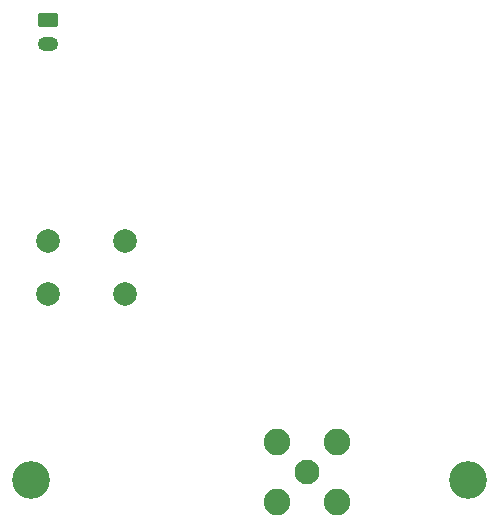
<source format=gbr>
%TF.GenerationSoftware,KiCad,Pcbnew,(6.0.4)*%
%TF.CreationDate,2022-08-25T17:00:53-03:00*%
%TF.ProjectId,rf-system-transmitter,72662d73-7973-4746-956d-2d7472616e73,rev?*%
%TF.SameCoordinates,Original*%
%TF.FileFunction,Soldermask,Bot*%
%TF.FilePolarity,Negative*%
%FSLAX46Y46*%
G04 Gerber Fmt 4.6, Leading zero omitted, Abs format (unit mm)*
G04 Created by KiCad (PCBNEW (6.0.4)) date 2022-08-25 17:00:53*
%MOMM*%
%LPD*%
G01*
G04 APERTURE LIST*
G04 Aperture macros list*
%AMRoundRect*
0 Rectangle with rounded corners*
0 $1 Rounding radius*
0 $2 $3 $4 $5 $6 $7 $8 $9 X,Y pos of 4 corners*
0 Add a 4 corners polygon primitive as box body*
4,1,4,$2,$3,$4,$5,$6,$7,$8,$9,$2,$3,0*
0 Add four circle primitives for the rounded corners*
1,1,$1+$1,$2,$3*
1,1,$1+$1,$4,$5*
1,1,$1+$1,$6,$7*
1,1,$1+$1,$8,$9*
0 Add four rect primitives between the rounded corners*
20,1,$1+$1,$2,$3,$4,$5,0*
20,1,$1+$1,$4,$5,$6,$7,0*
20,1,$1+$1,$6,$7,$8,$9,0*
20,1,$1+$1,$8,$9,$2,$3,0*%
G04 Aperture macros list end*
%ADD10C,3.200000*%
%ADD11RoundRect,0.250000X-0.625000X0.350000X-0.625000X-0.350000X0.625000X-0.350000X0.625000X0.350000X0*%
%ADD12O,1.750000X1.200000*%
%ADD13C,2.100000*%
%ADD14C,2.250000*%
%ADD15C,2.000000*%
G04 APERTURE END LIST*
D10*
%TO.C,H4*%
X87000000Y-67500000D03*
%TD*%
D11*
%TO.C,J1*%
X51500000Y-28525000D03*
D12*
X51500000Y-30525000D03*
%TD*%
D10*
%TO.C,H1*%
X50000000Y-67500000D03*
%TD*%
D13*
%TO.C,J2*%
X73400000Y-66800000D03*
D14*
X75950000Y-69350000D03*
X75950000Y-64250000D03*
X70850000Y-64250000D03*
X70850000Y-69350000D03*
%TD*%
D15*
%TO.C,SW1*%
X57950000Y-47250000D03*
X51450000Y-47250000D03*
X57950000Y-51750000D03*
X51450000Y-51750000D03*
%TD*%
M02*

</source>
